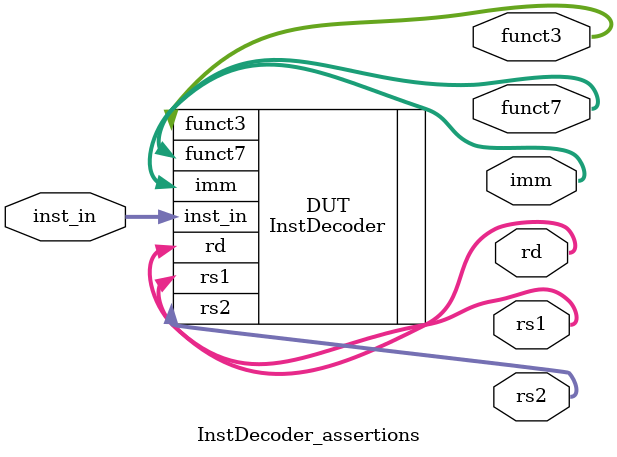
<source format=sv>
module InstDecoder_assertions(
    input logic [31:0] inst_in,
    output logic [4:0] rs1,
    output logic [4:0] rs2,
    output logic [4:0] rd,
    output logic [11:0] imm,
    output logic [2:0] funct3,
    output logic [6:0] funct7
);

// Instance of the DUT (Device Under Test)
InstDecoder DUT (.inst_in, .rs1, .rs2, .rd, .imm, .funct3, .funct7);

// Assertions for each type of instruction
always_comb begin
  unique case (inst_in[6:0])
		7'b0000011: begin // I-TYPE
			 assert(rd == inst_in[11:7]);
			 assert(funct3 == inst_in[14:12]);
			 assert(rs1 == inst_in[19:15]);
			 assert(imm == inst_in[31:20]);
		end

		7'b0100011: begin // S-TYPE
			 assert(rs1 == inst_in[19:15]);
			 assert(rs2 == inst_in[24:20]);
			 assert(funct3 == inst_in[14:12]);
			 assert(imm[4:0] == inst_in[11:7]);
			 assert(imm[11:5] == inst_in[31:25]);
		end

		7'b0110011: begin // R-TYPE
			 assert(rd == inst_in[11:7]);
			 assert(rs1 == inst_in[19:15]);
			 assert(rs2 == inst_in[24:20]);
			 assert(funct3 == inst_in[14:12]);
			 assert(funct7 == inst_in[31:25]);
		end

		7'b1100011: begin // B-TYPE
			 assert(rs1 == inst_in[19:15]);
			 assert(rs2 == inst_in[24:20]);
			 assert(funct3 == inst_in[14:12]);
			 assert(imm[3:0] == inst_in[11:8]);
			 assert(imm[9:4] == inst_in[30:25]);
			 assert(imm[10] == inst_in[7]);
			 assert(imm[11] == inst_in[31]);
		end

		default: begin
			 // No assertions for unsupported opcodes
		end
  endcase
end

endmodule

</source>
